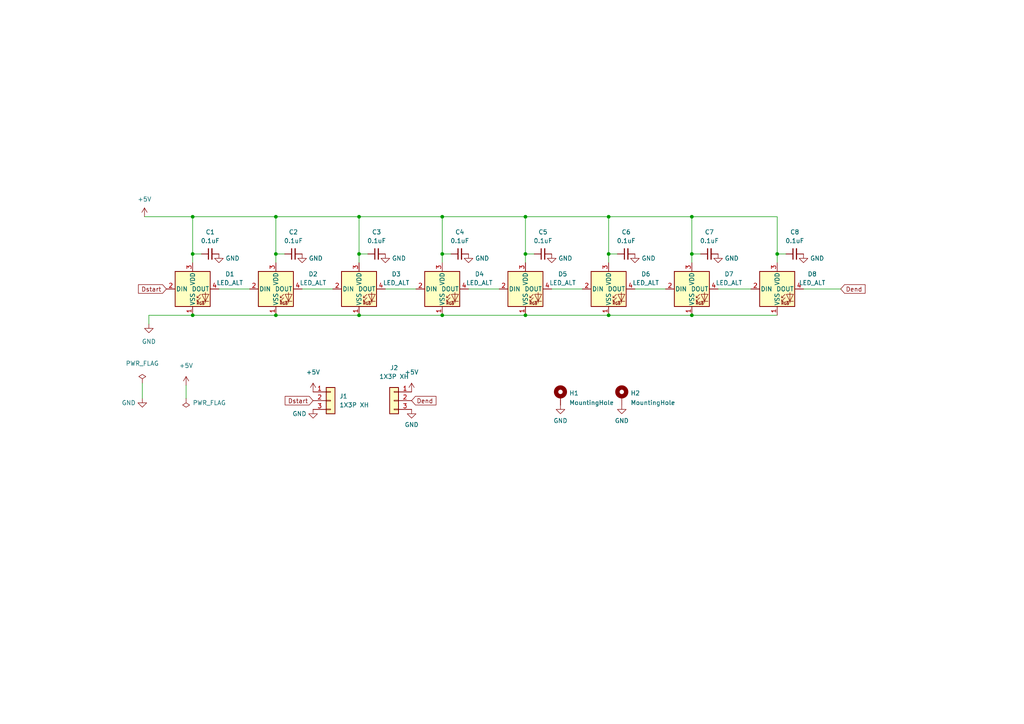
<source format=kicad_sch>
(kicad_sch (version 20211123) (generator eeschema)
  (paper "A4")
  (lib_symbols
    (symbol "Connector_Generic:Conn_01x03" (pin_names (offset 1.016) hide)
      (property "Reference" "J" (at 0 5.08 0))
      (property "Value" "Conn_01x03" (at 0 -5.08 0))
      (symbol "Conn_01x03_1_1"
        (rectangle (start -1.27 -2.413) (end 0 -2.667) (stroke (width 0.1524)))
        (rectangle (start -1.27 0.127) (end 0 -0.127) (stroke (width 0.1524)))
        (rectangle (start -1.27 2.667) (end 0 2.413) (stroke (width 0.1524)))
        (rectangle (start -1.27 3.81) (end 1.27 -3.81) (stroke (width 0.254)) (fill (type background)))
        (pin passive line (at -5.08 2.54 0) (length 3.81) (name "Pin_1") (number "1"))
        (pin passive line (at -5.08 0 0) (length 3.81) (name "Pin_2") (number "2"))
        (pin passive line (at -5.08 -2.54 0) (length 3.81) (name "Pin_3") (number "3"))
      )
    )
    (symbol "Device:C_Small" (pin_numbers hide) (pin_names (offset 0.254) hide)
      (property "Reference" "C" (at 0.254 1.778 0))
      (property "Value" "C_Small" (at 0.254 -2.032 0))
      (symbol "C_Small_0_1"
        (polyline (pts (xy -1.524 -0.508) (xy 1.524 -0.508)) (stroke (width 0.3302)))
        (polyline (pts (xy -1.524 0.508) (xy 1.524 0.508)) (stroke (width 0.3048)))
      )
      (symbol "C_Small_1_1"
        (pin passive line (at 0 2.54 270) (length 2.032) (name "~") (number "1"))
        (pin passive line (at 0 -2.54 90) (length 2.032) (name "~") (number "2"))
      )
    )
    (symbol "LED:SK6812" (pin_names (offset 0.254))
      (property "Reference" "D" (at 5.08 5.715 0))
      (property "Value" "SK6812" (at 1.27 -5.715 0))
      (symbol "SK6812_0_0"
        (text "RGB" (at 2.286 -4.191 0) (effects (font (size 0.762 0.762))))
      )
      (symbol "SK6812_0_1"
        (polyline (pts (xy 1.27 -3.556) (xy 1.778 -3.556)))
        (polyline (pts (xy 1.27 -2.54) (xy 1.778 -2.54)))
        (polyline (pts (xy 4.699 -3.556) (xy 2.667 -3.556)))
        (polyline (pts (xy 2.286 -2.54) (xy 1.27 -3.556) (xy 1.27 -3.048)))
        (polyline (pts (xy 2.286 -1.524) (xy 1.27 -2.54) (xy 1.27 -2.032)))
        (polyline (pts (xy 3.683 -1.016) (xy 3.683 -3.556) (xy 3.683 -4.064)))
        (polyline (pts (xy 4.699 -1.524) (xy 2.667 -1.524) (xy 3.683 -3.556) (xy 4.699 -1.524)))
        (rectangle (start 5.08 5.08) (end -5.08 -5.08) (stroke (width 0.254)) (fill (type background)))
      )
      (symbol "SK6812_1_1"
        (pin power_in line (at 0 -7.62 90) (length 2.54) (name "VSS") (number "1"))
        (pin input line (at -7.62 0 0) (length 2.54) (name "DIN") (number "2"))
        (pin power_in line (at 0 7.62 270) (length 2.54) (name "VDD") (number "3"))
        (pin output line (at 7.62 0 180) (length 2.54) (name "DOUT") (number "4"))
      )
    )
    (symbol "Mechanical:MountingHole_Pad" (pin_numbers hide) (pin_names (offset 1.016) hide)
      (property "Reference" "H" (at 0 6.35 0))
      (property "Value" "MountingHole_Pad" (at 0 4.445 0))
      (symbol "MountingHole_Pad_0_1"
        (circle (center 0 1.27) (radius 1.27) (stroke (width 1.27)))
      )
      (symbol "MountingHole_Pad_1_1"
        (pin input line (at 0 -2.54 90) (length 2.54) (name "1") (number "1"))
      )
    )
    (symbol "power:+5V" (power) (pin_names (offset 0))
      (property "Value" "+5V" (at 0 3.556 0))
      (symbol "+5V_0_1"
        (polyline (pts (xy -0.762 1.27) (xy 0 2.54)))
        (polyline (pts (xy 0 0) (xy 0 2.54)))
        (polyline (pts (xy 0 2.54) (xy 0.762 1.27)))
      )
      (symbol "+5V_1_1"
        (pin power_in line (at 0 0 90) (length 0) hide (name "+5V") (number "1"))
      )
    )
    (symbol "power:GND" (power) (pin_names (offset 0))
      (property "Value" "GND" (at 0 -3.81 0))
      (symbol "GND_0_1"
        (polyline (pts (xy 0 0) (xy 0 -1.27) (xy 1.27 -1.27) (xy 0 -2.54) (xy -1.27 -1.27) (xy 0 -1.27)))
      )
      (symbol "GND_1_1"
        (pin power_in line (at 0 0 270) (length 0) hide (name "GND") (number "1"))
      )
    )
    (symbol "power:PWR_FLAG" (power) (pin_numbers hide) (pin_names (offset 0) hide)
      (property "Value" "PWR_FLAG" (at 0 3.81 0))
      (symbol "PWR_FLAG_0_0"
        (pin power_out line (at 0 0 90) (length 0) (name "pwr") (number "1"))
      )
      (symbol "PWR_FLAG_0_1"
        (polyline (pts (xy 0 0) (xy 0 1.27) (xy -1.016 1.905) (xy 0 2.54) (xy 1.016 1.905) (xy 0 1.27)))
      )
    )
  )
  (junction (at 200.66 91.44))
  (junction (at 128.27 91.44))
  (junction (at 200.66 73.66))
  (junction (at 80.01 62.865))
  (junction (at 152.4 73.66))
  (junction (at 176.53 73.66))
  (junction (at 225.425 73.66))
  (junction (at 176.53 62.865))
  (junction (at 152.4 62.865))
  (junction (at 200.66 62.865))
  (junction (at 80.01 91.44))
  (junction (at 104.14 73.66))
  (junction (at 80.01 73.66))
  (junction (at 55.88 73.66))
  (junction (at 104.14 91.44))
  (junction (at 128.27 62.865))
  (junction (at 104.14 62.865))
  (junction (at 152.4 91.44))
  (junction (at 176.53 91.44))
  (junction (at 55.88 91.44))
  (junction (at 128.27 73.66))
  (junction (at 55.88 62.865))
  (wire (pts (xy 104.14 73.66) (xy 104.14 76.2)))
  (wire (pts (xy 176.53 91.44) (xy 200.66 91.44)))
  (wire (pts (xy 80.01 62.865) (xy 80.01 73.66)))
  (wire (pts (xy 55.88 62.865) (xy 80.01 62.865)))
  (wire (pts (xy 135.89 83.82) (xy 144.78 83.82)))
  (wire (pts (xy 55.88 62.865) (xy 55.88 73.66)))
  (wire (pts (xy 200.66 62.865) (xy 200.66 73.66)))
  (wire (pts (xy 200.66 91.44) (xy 225.425 91.44)))
  (wire (pts (xy 176.53 62.865) (xy 176.53 73.66)))
  (wire (pts (xy 43.18 91.44) (xy 55.88 91.44)))
  (wire (pts (xy 152.4 73.66) (xy 152.4 76.2)))
  (wire (pts (xy 184.15 83.82) (xy 193.04 83.82)))
  (wire (pts (xy 55.88 73.66) (xy 55.88 76.2)))
  (wire (pts (xy 152.4 73.66) (xy 154.94 73.66)))
  (wire (pts (xy 80.01 73.66) (xy 82.55 73.66)))
  (wire (pts (xy 80.01 62.865) (xy 104.14 62.865)))
  (wire (pts (xy 104.14 73.66) (xy 106.68 73.66)))
  (wire (pts (xy 225.425 62.865) (xy 225.425 73.66)))
  (wire (pts (xy 53.975 111.76) (xy 53.975 115.57)))
  (wire (pts (xy 152.4 62.865) (xy 152.4 73.66)))
  (wire (pts (xy 43.18 93.98) (xy 43.18 91.44)))
  (wire (pts (xy 80.01 91.44) (xy 104.14 91.44)))
  (wire (pts (xy 128.27 73.66) (xy 128.27 76.2)))
  (wire (pts (xy 128.27 73.66) (xy 130.81 73.66)))
  (wire (pts (xy 225.425 73.66) (xy 225.425 76.2)))
  (wire (pts (xy 128.27 62.865) (xy 128.27 73.66)))
  (wire (pts (xy 200.66 73.66) (xy 200.66 76.2)))
  (wire (pts (xy 104.14 91.44) (xy 128.27 91.44)))
  (wire (pts (xy 176.53 62.865) (xy 200.66 62.865)))
  (wire (pts (xy 233.045 83.82) (xy 243.84 83.82)))
  (wire (pts (xy 160.02 83.82) (xy 168.91 83.82)))
  (wire (pts (xy 128.27 62.865) (xy 152.4 62.865)))
  (wire (pts (xy 152.4 62.865) (xy 176.53 62.865)))
  (wire (pts (xy 80.01 73.66) (xy 80.01 76.2)))
  (wire (pts (xy 41.275 111.125) (xy 41.275 115.57)))
  (wire (pts (xy 55.88 73.66) (xy 58.42 73.66)))
  (wire (pts (xy 176.53 73.66) (xy 179.07 73.66)))
  (wire (pts (xy 104.14 62.865) (xy 104.14 73.66)))
  (wire (pts (xy 55.88 91.44) (xy 80.01 91.44)))
  (wire (pts (xy 128.27 91.44) (xy 152.4 91.44)))
  (wire (pts (xy 225.425 73.66) (xy 227.965 73.66)))
  (wire (pts (xy 200.66 73.66) (xy 203.2 73.66)))
  (wire (pts (xy 208.28 83.82) (xy 217.805 83.82)))
  (wire (pts (xy 41.91 62.865) (xy 55.88 62.865)))
  (wire (pts (xy 152.4 91.44) (xy 176.53 91.44)))
  (wire (pts (xy 200.66 62.865) (xy 225.425 62.865)))
  (wire (pts (xy 176.53 73.66) (xy 176.53 76.2)))
  (wire (pts (xy 63.5 83.82) (xy 72.39 83.82)))
  (wire (pts (xy 111.76 83.82) (xy 120.65 83.82)))
  (wire (pts (xy 104.14 62.865) (xy 128.27 62.865)))
  (wire (pts (xy 87.63 83.82) (xy 96.52 83.82)))
  (global_label "Dstart" (shape input) (at 48.26 83.82 180) (property "Intersheet References" "${INTERSHEET_REFS}" (effects hide)))
  (global_label "Dend" (shape input) (at 243.84 83.82 0) (property "Intersheet References" "${INTERSHEET_REFS}" (effects hide)))
  (global_label "Dend" (shape input) (at 119.38 116.205 0) (property "Intersheet References" "${INTERSHEET_REFS}" (effects hide)))
  (global_label "Dstart" (shape input) (at 90.805 116.205 180) (property "Intersheet References" "${INTERSHEET_REFS}" (effects hide)))
  (symbol (lib_id "Connector_Generic:Conn_01x03") (at 114.3 116.205 0) (mirror y) (unit 1)
    (property "Reference" "J2" (at 114.3 106.68 0))
    (property "Value" "1X3P XH" (at 114.3 109.22 0))
    (property "Footprint" "Connector_JST:JST_XH_S3B-XH-A_1x03_P2.50mm_Horizontal" (effects hide))
    (property "LCSC" "C2908612" (effects hide))
  )
  (symbol (lib_id "power:+5V") (at 90.805 113.665 0) (unit 1)
    (property "Reference" "#PWR012" (effects hide))
    (property "Value" "+5V" (at 90.805 107.95 0))
  )
  (symbol (lib_id "Device:C_Small") (at 133.35 73.66 90) (unit 1)
    (property "Reference" "C4" (at 133.3563 67.31 90))
    (property "Value" "0.1uF" (at 133.3563 69.85 90))
    (property "Footprint" "Daylight:C_0805_2012Metric_Pad1.18x1.45mm_HandSolder_V3Dspec" (effects hide))
    (property "LCSC" "C28233" (effects hide))
  )
  (symbol (lib_id "power:GND") (at 43.18 93.98 0) (unit 1)
    (property "Reference" "#PWR010" (effects hide))
    (property "Value" "GND" (at 43.18 99.06 0))
  )
  (symbol (lib_id "power:PWR_FLAG") (at 53.975 115.57 180) (unit 1)
    (property "Reference" "#FLG02" (effects hide))
    (property "Value" "PWR_FLAG" (at 55.88 116.8399 0) (effects (justify right)))
  )
  (symbol (lib_id "power:GND") (at 119.38 118.745 0) (unit 1)
    (property "Reference" "#PWR018" (effects hide))
    (property "Value" "GND" (at 119.38 123.19 0))
  )
  (symbol (lib_id "power:GND") (at 87.63 73.66 0) (unit 1)
    (property "Reference" "#PWR03" (effects hide))
    (property "Value" "GND" (at 89.535 74.9299 0) (effects (justify left)))
  )
  (symbol (lib_id "power:GND") (at 135.89 73.66 0) (unit 1)
    (property "Reference" "#PWR05" (effects hide))
    (property "Value" "GND" (at 137.795 74.9299 0) (effects (justify left)))
  )
  (symbol (lib_id "power:GND") (at 63.5 73.66 0) (unit 1)
    (property "Reference" "#PWR02" (effects hide))
    (property "Value" "GND" (at 65.405 74.9299 0) (effects (justify left)))
  )
  (symbol (lib_id "LED:SK6812") (at 104.14 83.82 0) (unit 1)
    (property "Reference" "D3" (at 114.935 79.4893 0))
    (property "Value" "LED_ALT" (at 114.935 82.0293 0))
    (property "Footprint" "Daylight:XL-3528RGBW-WS2812B" (effects hide))
    (property "Datasheet" "https://cdn-shop.adafruit.com/product-files/1138/SK6812+LED+datasheet+.pdf" (effects hide))
    (property "LCSC" "C2890364" (effects hide))
  )
  (symbol (lib_id "power:GND") (at 162.56 117.475 0) (unit 1)
    (property "Reference" "#PWR015" (effects hide))
    (property "Value" "GND" (at 162.56 122.0374 0))
  )
  (symbol (lib_id "Device:C_Small") (at 109.22 73.66 90) (unit 1)
    (property "Reference" "C3" (at 109.2263 67.31 90))
    (property "Value" "0.1uF" (at 109.2263 69.85 90))
    (property "Footprint" "Daylight:C_0805_2012Metric_Pad1.18x1.45mm_HandSolder_V3Dspec" (effects hide))
    (property "LCSC" "C28233" (effects hide))
  )
  (symbol (lib_id "LED:SK6812") (at 80.01 83.82 0) (unit 1)
    (property "Reference" "D2" (at 90.805 79.4893 0))
    (property "Value" "LED_ALT" (at 90.805 82.0293 0))
    (property "Footprint" "Daylight:XL-3528RGBW-WS2812B" (effects hide))
    (property "Datasheet" "https://cdn-shop.adafruit.com/product-files/1138/SK6812+LED+datasheet+.pdf" (effects hide))
    (property "LCSC" "C2890364" (effects hide))
  )
  (symbol (lib_id "power:PWR_FLAG") (at 41.275 111.125 0) (unit 1)
    (property "Reference" "#FLG01" (effects hide))
    (property "Value" "PWR_FLAG" (at 41.275 105.41 0))
  )
  (symbol (lib_id "power:GND") (at 90.805 118.745 0) (unit 1)
    (property "Reference" "#PWR017" (effects hide))
    (property "Value" "GND" (at 88.9 120.0149 0) (effects (justify right)))
  )
  (symbol (lib_id "Mechanical:MountingHole_Pad") (at 180.34 114.935 0) (unit 1) (in_bom no)
    (property "Reference" "H2" (at 182.88 114.0265 0) (effects (justify left)))
    (property "Value" "MountingHole" (at 182.88 116.8016 0) (effects (justify left)))
    (property "Footprint" "MountingHole:MountingHole_3.2mm_M3_Pad_Via" (effects hide))
  )
  (symbol (lib_id "power:+5V") (at 119.38 113.665 0) (unit 1)
    (property "Reference" "#PWR013" (effects hide))
    (property "Value" "+5V" (at 119.38 107.95 0))
  )
  (symbol (lib_id "Device:C_Small") (at 157.48 73.66 90) (unit 1)
    (property "Reference" "C5" (at 157.4863 67.31 90))
    (property "Value" "0.1uF" (at 157.4863 69.85 90))
    (property "Footprint" "Daylight:C_0805_2012Metric_Pad1.18x1.45mm_HandSolder_V3Dspec" (effects hide))
    (property "LCSC" "C28233" (effects hide))
  )
  (symbol (lib_id "power:GND") (at 180.34 117.475 0) (unit 1)
    (property "Reference" "#PWR016" (effects hide))
    (property "Value" "GND" (at 180.34 122.0374 0))
  )
  (symbol (lib_id "LED:SK6812") (at 55.88 83.82 0) (unit 1)
    (property "Reference" "D1" (at 66.675 79.4893 0))
    (property "Value" "LED_ALT" (at 66.675 82.0293 0))
    (property "Footprint" "Daylight:XL-3528RGBW-WS2812B" (effects hide))
    (property "Datasheet" "https://cdn-shop.adafruit.com/product-files/1138/SK6812+LED+datasheet+.pdf" (effects hide))
    (property "LCSC" "C2890364" (effects hide))
  )
  (symbol (lib_id "LED:SK6812") (at 128.27 83.82 0) (unit 1)
    (property "Reference" "D4" (at 139.065 79.4893 0))
    (property "Value" "LED_ALT" (at 139.065 82.0293 0))
    (property "Footprint" "Daylight:XL-3528RGBW-WS2812B" (effects hide))
    (property "Datasheet" "https://cdn-shop.adafruit.com/product-files/1138/SK6812+LED+datasheet+.pdf" (effects hide))
    (property "LCSC" "C2890364" (effects hide))
  )
  (symbol (lib_id "power:+5V") (at 53.975 111.76 0) (unit 1)
    (property "Reference" "#PWR011" (effects hide))
    (property "Value" "+5V" (at 53.975 106.045 0))
  )
  (symbol (lib_id "Device:C_Small") (at 60.96 73.66 90) (unit 1)
    (property "Reference" "C1" (at 60.9663 67.31 90))
    (property "Value" "0.1uF" (at 60.9663 69.85 90))
    (property "Footprint" "Daylight:C_0805_2012Metric_Pad1.18x1.45mm_HandSolder_V3Dspec" (effects hide))
    (property "LCSC" "C28233" (effects hide))
  )
  (symbol (lib_id "Device:C_Small") (at 181.61 73.66 90) (unit 1)
    (property "Reference" "C6" (at 181.6163 67.31 90))
    (property "Value" "0.1uF" (at 181.6163 69.85 90))
    (property "Footprint" "Daylight:C_0805_2012Metric_Pad1.18x1.45mm_HandSolder_V3Dspec" (effects hide))
    (property "LCSC" "C28233" (effects hide))
  )
  (symbol (lib_id "LED:SK6812") (at 176.53 83.82 0) (unit 1)
    (property "Reference" "D6" (at 187.325 79.4893 0))
    (property "Value" "LED_ALT" (at 187.325 82.0293 0))
    (property "Footprint" "Daylight:XL-3528RGBW-WS2812B" (effects hide))
    (property "Datasheet" "https://cdn-shop.adafruit.com/product-files/1138/SK6812+LED+datasheet+.pdf" (effects hide))
    (property "LCSC" "C2890364" (effects hide))
  )
  (symbol (lib_id "LED:SK6812") (at 152.4 83.82 0) (unit 1)
    (property "Reference" "D5" (at 163.195 79.4893 0))
    (property "Value" "LED_ALT" (at 163.195 82.0293 0))
    (property "Footprint" "Daylight:XL-3528RGBW-WS2812B" (effects hide))
    (property "Datasheet" "https://cdn-shop.adafruit.com/product-files/1138/SK6812+LED+datasheet+.pdf" (effects hide))
    (property "LCSC" "C2890364" (effects hide))
  )
  (symbol (lib_id "LED:SK6812") (at 225.425 83.82 0) (unit 1)
    (property "Reference" "D8" (at 235.585 79.4893 0))
    (property "Value" "LED_ALT" (at 235.585 82.0293 0))
    (property "Footprint" "Daylight:XL-3528RGBW-WS2812B" (effects hide))
    (property "Datasheet" "https://cdn-shop.adafruit.com/product-files/1138/SK6812+LED+datasheet+.pdf" (effects hide))
    (property "LCSC" "C2890364" (effects hide))
  )
  (symbol (lib_id "Device:C_Small") (at 85.09 73.66 90) (unit 1)
    (property "Reference" "C2" (at 85.0963 67.31 90))
    (property "Value" "0.1uF" (at 85.0963 69.85 90))
    (property "Footprint" "Daylight:C_0805_2012Metric_Pad1.18x1.45mm_HandSolder_V3Dspec" (effects hide))
    (property "LCSC" "C28233" (effects hide))
  )
  (symbol (lib_id "Connector_Generic:Conn_01x03") (at 95.885 116.205 0) (unit 1)
    (property "Reference" "J1" (at 98.425 114.9349 0) (effects (justify left)))
    (property "Value" "1X3P XH" (at 98.425 117.4749 0) (effects (justify left)))
    (property "Footprint" "Connector_JST:JST_XH_S3B-XH-A_1x03_P2.50mm_Horizontal" (effects hide))
    (property "LCSC" "C2908612" (effects hide))
  )
  (symbol (lib_id "power:GND") (at 160.02 73.66 0) (unit 1)
    (property "Reference" "#PWR06" (effects hide))
    (property "Value" "GND" (at 161.925 74.9299 0) (effects (justify left)))
  )
  (symbol (lib_id "Mechanical:MountingHole_Pad") (at 162.56 114.935 0) (unit 1) (in_bom no)
    (property "Reference" "H1" (at 165.1 114.0265 0) (effects (justify left)))
    (property "Value" "MountingHole" (at 165.1 116.8016 0) (effects (justify left)))
    (property "Footprint" "MountingHole:MountingHole_3.2mm_M3_Pad_Via" (effects hide))
  )
  (symbol (lib_id "power:GND") (at 184.15 73.66 0) (unit 1)
    (property "Reference" "#PWR07" (effects hide))
    (property "Value" "GND" (at 186.055 74.9299 0) (effects (justify left)))
  )
  (symbol (lib_id "power:GND") (at 111.76 73.66 0) (unit 1)
    (property "Reference" "#PWR04" (effects hide))
    (property "Value" "GND" (at 113.665 74.9299 0) (effects (justify left)))
  )
  (symbol (lib_id "power:GND") (at 208.28 73.66 0) (unit 1)
    (property "Reference" "#PWR08" (effects hide))
    (property "Value" "GND" (at 210.185 74.9299 0) (effects (justify left)))
  )
  (symbol (lib_id "Device:C_Small") (at 205.74 73.66 90) (unit 1)
    (property "Reference" "C7" (at 205.7463 67.31 90))
    (property "Value" "0.1uF" (at 205.7463 69.85 90))
    (property "Footprint" "Daylight:C_0805_2012Metric_Pad1.18x1.45mm_HandSolder_V3Dspec" (effects hide))
    (property "LCSC" "C28233" (effects hide))
  )
  (symbol (lib_id "LED:SK6812") (at 200.66 83.82 0) (unit 1)
    (property "Reference" "D7" (at 211.455 79.4893 0))
    (property "Value" "LED_ALT" (at 211.455 82.0293 0))
    (property "Footprint" "Daylight:XL-3528RGBW-WS2812B" (effects hide))
    (property "Datasheet" "https://cdn-shop.adafruit.com/product-files/1138/SK6812+LED+datasheet+.pdf" (effects hide))
    (property "LCSC" "C2890364" (effects hide))
  )
  (symbol (lib_id "power:+5V") (at 41.91 62.865 0) (unit 1)
    (property "Reference" "#PWR01" (effects hide))
    (property "Value" "+5V" (at 41.91 57.785 0))
  )
  (symbol (lib_id "power:GND") (at 233.045 73.66 0) (unit 1)
    (property "Reference" "#PWR09" (effects hide))
    (property "Value" "GND" (at 234.95 74.9299 0) (effects (justify left)))
  )
  (symbol (lib_id "power:GND") (at 41.275 115.57 0) (unit 1)
    (property "Reference" "#PWR014" (effects hide))
    (property "Value" "GND" (at 39.37 116.8399 0) (effects (justify right)))
  )
  (symbol (lib_id "Device:C_Small") (at 230.505 73.66 90) (unit 1)
    (property "Reference" "C8" (at 230.5113 67.31 90))
    (property "Value" "0.1uF" (at 230.5113 69.85 90))
    (property "Footprint" "Daylight:C_0805_2012Metric_Pad1.18x1.45mm_HandSolder_V3Dspec" (effects hide))
    (property "LCSC" "C28233" (effects hide))
  )
)
</source>
